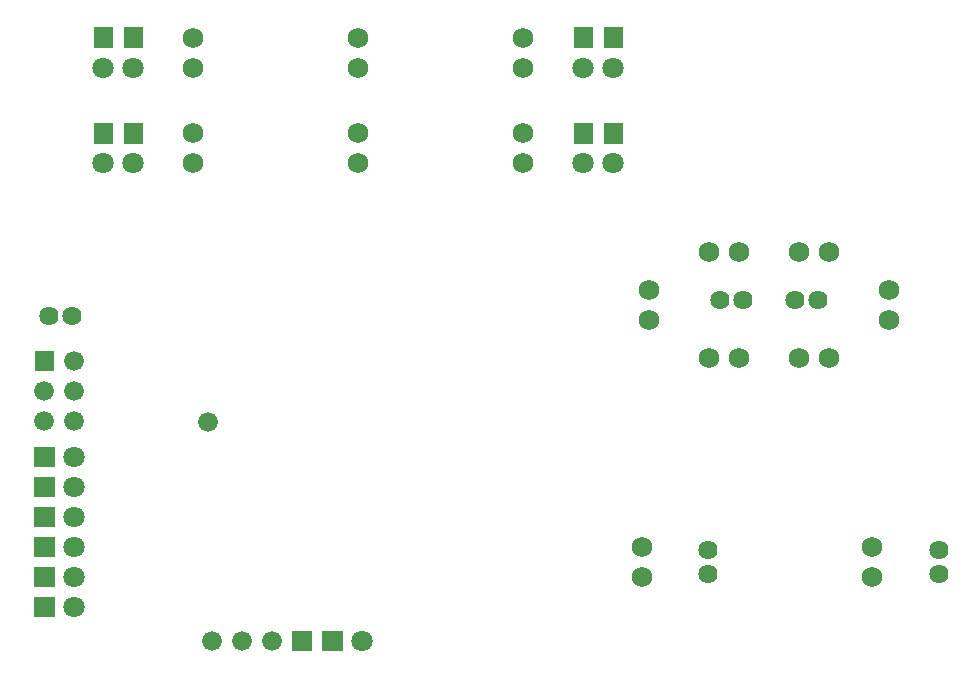
<source format=gbs>
G04 Layer: BottomSolderMaskLayer*
G04 EasyEDA v6.5.1, 2022-03-27 00:01:15*
G04 cc65af8350e74c879d8fba7fd4beee03,7d3f4a13764643a7838717c5c1d40531,10*
G04 Gerber Generator version 0.2*
G04 Scale: 100 percent, Rotated: No, Reflected: No *
G04 Dimensions in inches *
G04 leading zeros omitted , absolute positions ,3 integer and 6 decimal *
%FSLAX36Y36*%
%MOIN*%

%ADD48C,0.0660*%
%ADD52C,0.0709*%
%ADD60C,0.0640*%
%ADD62C,0.0690*%

%LPD*%
G36*
X935699Y48200D02*
G01*
X935699Y114200D01*
X1001800Y114200D01*
X1001800Y48200D01*
G37*
D48*
G01*
X868750Y81250D03*
G01*
X768750Y81250D03*
G01*
X668750Y81250D03*
G36*
X1033299Y48200D02*
G01*
X1033299Y114200D01*
X1104200Y114200D01*
X1104200Y48200D01*
G37*
D52*
G01*
X1168750Y81250D03*
D48*
G01*
X209380Y815619D03*
G01*
X109380Y815619D03*
G01*
X209380Y915619D03*
G01*
X109380Y915619D03*
G01*
X209380Y1015619D03*
G36*
X76399Y982600D02*
G01*
X76399Y1048600D01*
X142399Y1048600D01*
X142399Y982600D01*
G37*
G36*
X73899Y160700D02*
G01*
X73899Y226700D01*
X144800Y226700D01*
X144800Y160700D01*
G37*
D52*
G01*
X209380Y193739D03*
G36*
X73899Y260700D02*
G01*
X73899Y326700D01*
X144800Y326700D01*
X144800Y260700D01*
G37*
G01*
X209380Y293739D03*
D60*
G01*
X123130Y1165590D03*
G01*
X201829Y1165590D03*
D62*
G01*
X1156250Y1773750D03*
G01*
X1156250Y1673750D03*
G01*
X1156250Y2092500D03*
G01*
X1156250Y1992500D03*
G01*
X1706250Y2092500D03*
G01*
X1706250Y1992500D03*
G01*
X606250Y2092500D03*
G01*
X606250Y1992500D03*
G01*
X1706250Y1773750D03*
G01*
X1706250Y1673750D03*
G01*
X606250Y1773750D03*
G01*
X606250Y1673750D03*
G36*
X73899Y660700D02*
G01*
X73899Y726700D01*
X144800Y726700D01*
X144800Y660700D01*
G37*
D52*
G01*
X209380Y693739D03*
D62*
G01*
X2100000Y393750D03*
G01*
X2100000Y293750D03*
G01*
X2868750Y393750D03*
G01*
X2868750Y293750D03*
G36*
X73899Y360700D02*
G01*
X73899Y426700D01*
X144800Y426700D01*
X144800Y360700D01*
G37*
D52*
G01*
X209380Y393739D03*
G36*
X73899Y460700D02*
G01*
X73899Y526700D01*
X144800Y526700D01*
X144800Y460700D01*
G37*
G01*
X209380Y493739D03*
G36*
X73899Y560700D02*
G01*
X73899Y626700D01*
X144800Y626700D01*
X144800Y560700D01*
G37*
G01*
X209380Y593739D03*
D62*
G01*
X2325000Y1378130D03*
G01*
X2425000Y1378130D03*
G01*
X2425000Y1025000D03*
G01*
X2325000Y1025000D03*
G01*
X2925000Y1151250D03*
G01*
X2925000Y1251250D03*
G01*
X2625000Y1025000D03*
G01*
X2725000Y1025000D03*
G01*
X2125000Y1151250D03*
G01*
X2125000Y1251250D03*
G01*
X2625000Y1378130D03*
G01*
X2725000Y1378130D03*
D60*
G01*
X2360649Y1216880D03*
G01*
X2439350Y1216880D03*
G01*
X2610649Y1216880D03*
G01*
X2689350Y1216880D03*
G01*
X3090630Y384349D03*
G01*
X3090630Y305650D03*
G01*
X2321880Y384969D03*
G01*
X2321880Y306269D03*
G36*
X1973199Y1738299D02*
G01*
X1973199Y1809200D01*
X2039200Y1809200D01*
X2039200Y1738299D01*
G37*
D52*
G01*
X2006250Y1673750D03*
G36*
X373200Y1738299D02*
G01*
X373200Y1809200D01*
X439200Y1809200D01*
X439200Y1738299D01*
G37*
G01*
X406250Y1673750D03*
G36*
X1873199Y1738299D02*
G01*
X1873199Y1809200D01*
X1939200Y1809200D01*
X1939200Y1738299D01*
G37*
G01*
X1906250Y1673750D03*
G36*
X273200Y1738299D02*
G01*
X273200Y1809200D01*
X339200Y1809200D01*
X339200Y1738299D01*
G37*
G01*
X306250Y1673750D03*
G36*
X1973199Y2056999D02*
G01*
X1973199Y2128000D01*
X2039200Y2128000D01*
X2039200Y2056999D01*
G37*
G01*
X2006250Y1992500D03*
G36*
X373200Y2056999D02*
G01*
X373200Y2128000D01*
X439200Y2128000D01*
X439200Y2056999D01*
G37*
G01*
X406250Y1992500D03*
G36*
X1873199Y2056999D02*
G01*
X1873199Y2128000D01*
X1939200Y2128000D01*
X1939200Y2056999D01*
G37*
G01*
X1906250Y1992500D03*
G36*
X273200Y2056999D02*
G01*
X273200Y2128000D01*
X339200Y2128000D01*
X339200Y2056999D01*
G37*
G01*
X306250Y1992500D03*
D48*
G01*
X653130Y812500D03*
M02*

</source>
